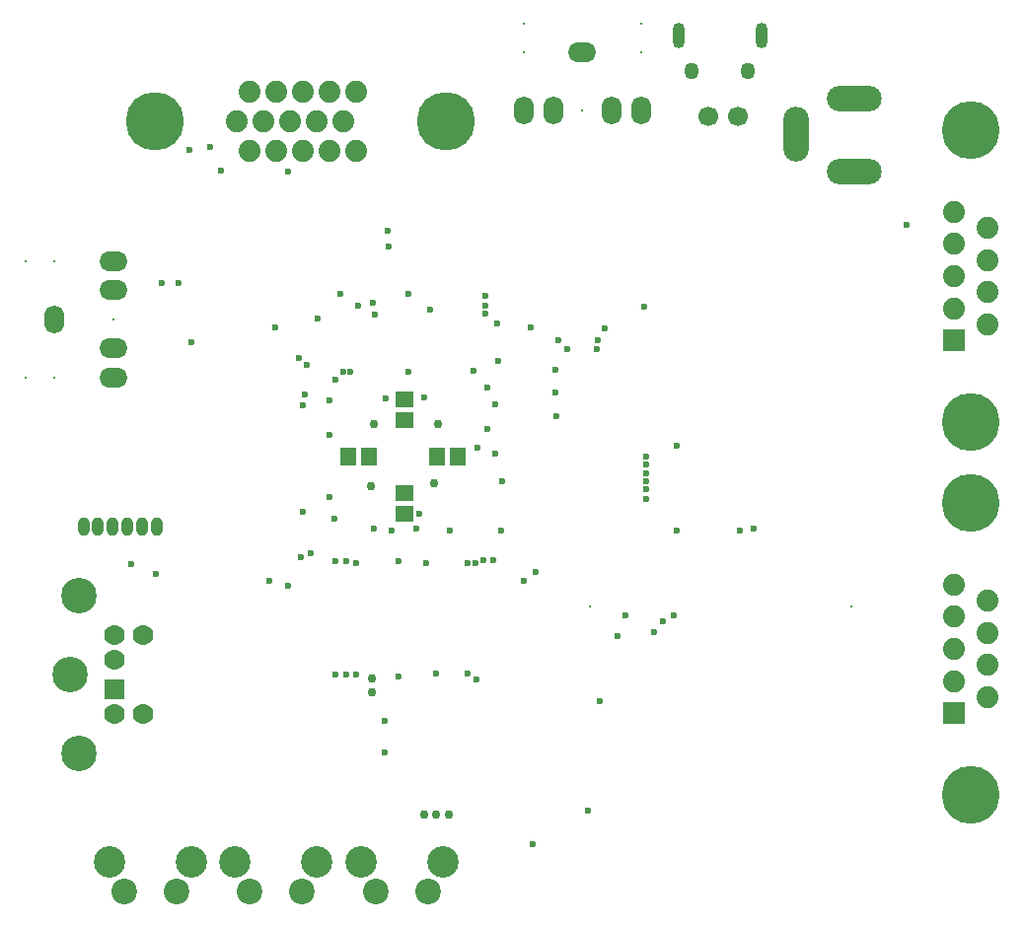
<source format=gbs>
%FSLAX44Y44*%
%MOMM*%
G71*
G01*
G75*
G04 Layer_Color=16711935*
%ADD10R,0.4064X2.1082*%
%ADD11R,4.1000X2.1082*%
%ADD12R,1.2000X1.4000*%
%ADD13R,1.4500X0.5500*%
%ADD14R,1.3000X1.5000*%
%ADD15R,1.4000X1.2000*%
%ADD16O,0.2500X1.5500*%
%ADD17O,1.5500X0.2500*%
%ADD18R,0.4064X1.3208*%
%ADD19R,1.8000X1.6000*%
%ADD20R,2.0000X1.1000*%
%ADD21R,2.0000X2.0000*%
%ADD22R,1.1000X2.0000*%
%ADD23R,2.1000X3.2000*%
%ADD24R,2.1000X0.9000*%
%ADD25R,1.0000X0.6000*%
%ADD26O,1.7000X0.6000*%
%ADD27C,0.2000*%
%ADD28C,0.5000*%
%ADD29C,0.4000*%
%ADD30C,1.0000*%
%ADD31C,2.5000*%
%ADD32C,2.0000*%
%ADD33R,1.5748X1.5748*%
%ADD34C,1.5748*%
%ADD35C,2.8448*%
%ADD36O,1.5000X2.2000*%
%ADD37O,2.2000X1.5000*%
%ADD38O,0.8500X2.0000*%
%ADD39O,1.0500X1.2500*%
%ADD40R,1.6900X1.6900*%
%ADD41C,1.6900*%
%ADD42C,4.7600*%
%ADD43O,0.8000X1.4220*%
%ADD44C,1.5000*%
%ADD45O,2.0000X4.5000*%
%ADD46O,4.5000X2.0000*%
%ADD47C,4.8000*%
%ADD48C,0.4000*%
%ADD49C,0.5500*%
%ADD50C,0.2540*%
%ADD51C,0.6000*%
%ADD52C,0.2500*%
%ADD53C,0.2032*%
%ADD54C,0.1000*%
%ADD55C,0.0254*%
%ADD56C,0.1500*%
%ADD57C,0.1270*%
%ADD58R,9.1186X0.3810*%
%ADD59R,0.6350X0.6350*%
%ADD60R,0.6064X2.3082*%
%ADD61R,4.3000X2.3082*%
%ADD62R,1.4000X1.6000*%
%ADD63R,1.6500X0.7500*%
%ADD64R,1.5000X1.7000*%
%ADD65R,1.6000X1.4000*%
%ADD66O,0.4500X1.7500*%
%ADD67O,1.7500X0.4500*%
%ADD68R,0.6064X1.5208*%
%ADD69R,2.0000X1.8000*%
%ADD70R,2.2000X1.3000*%
%ADD71R,2.2000X2.2000*%
%ADD72R,1.3000X2.2000*%
%ADD73R,2.3000X3.4000*%
%ADD74R,2.3000X1.1000*%
%ADD75R,1.2000X0.8000*%
%ADD76O,1.9000X0.8000*%
%ADD77C,2.7000*%
%ADD78C,2.2000*%
%ADD79R,1.7748X1.7748*%
%ADD80C,1.7748*%
%ADD81C,3.0448*%
%ADD82C,0.2000*%
%ADD83O,1.7000X2.4000*%
%ADD84O,2.4000X1.7000*%
%ADD85O,1.0500X2.2000*%
%ADD86O,1.2500X1.4500*%
%ADD87R,1.8900X1.8900*%
%ADD88C,1.8900*%
%ADD89C,4.9600*%
%ADD90O,1.0000X1.6220*%
%ADD91C,1.7000*%
%ADD92O,2.2000X4.7000*%
%ADD93O,4.7000X2.2000*%
%ADD94C,5.0000*%
%ADD95C,0.6000*%
%ADD96C,0.7500*%
D62*
X4004000Y2038000D02*
D03*
X3986000D02*
D03*
X4062000Y2038000D02*
D03*
X4080000D02*
D03*
D65*
X4034000Y2069000D02*
D03*
Y2087000D02*
D03*
X4034000Y2007000D02*
D03*
Y1989000D02*
D03*
D77*
X3889000Y1690000D02*
D03*
X3959000D02*
D03*
X3997000D02*
D03*
X4067000D02*
D03*
X3851000D02*
D03*
X3781000D02*
D03*
D78*
X3901500Y1665000D02*
D03*
X3946500D02*
D03*
X4009500D02*
D03*
X4054500D02*
D03*
X3838500D02*
D03*
X3793500D02*
D03*
D79*
X3785090Y1838046D02*
D03*
D80*
Y1863954D02*
D03*
Y1817472D02*
D03*
Y1884528D02*
D03*
X3809982Y1817472D02*
D03*
Y1884528D02*
D03*
D81*
X3755118Y1783436D02*
D03*
X3746990Y1851000D02*
D03*
X3755118Y1918564D02*
D03*
D82*
X3784038Y2156000D02*
D03*
X3734000Y2106000D02*
D03*
X3709000D02*
D03*
Y2206038D02*
D03*
X3734000D02*
D03*
X4237038Y2385000D02*
D03*
Y2410000D02*
D03*
X4137000D02*
D03*
Y2385000D02*
D03*
X4187000Y2334962D02*
D03*
X4417750Y1909569D02*
D03*
X4193750D02*
D03*
D83*
X3734000Y2156000D02*
D03*
X4137000Y2334962D02*
D03*
X4162000D02*
D03*
X4212146D02*
D03*
X4237038D02*
D03*
D84*
X3784038Y2206038D02*
D03*
Y2181146D02*
D03*
Y2131000D02*
D03*
Y2106000D02*
D03*
X4187000Y2385000D02*
D03*
D85*
X4340560Y2399480D02*
D03*
X4269440D02*
D03*
D86*
X4329130Y2368999D02*
D03*
X4280870D02*
D03*
D87*
X4505800Y1817600D02*
D03*
X4505800Y2137600D02*
D03*
D88*
X4534200Y1831450D02*
D03*
X4505800Y1845300D02*
D03*
X4534200Y1859150D02*
D03*
X4505800Y1873000D02*
D03*
X4534200Y1886850D02*
D03*
X4505800Y1900700D02*
D03*
X4534200Y1914550D02*
D03*
X4505800Y1928400D02*
D03*
X4534200Y2151450D02*
D03*
X4505800Y2165300D02*
D03*
X4534200Y2179150D02*
D03*
X4505800Y2193000D02*
D03*
X4534200Y2206850D02*
D03*
X4505800Y2220700D02*
D03*
X4534200Y2234550D02*
D03*
X4505800Y2248400D02*
D03*
X3993102Y2351400D02*
D03*
X3970242D02*
D03*
X3947382D02*
D03*
X3924522D02*
D03*
X3901662D02*
D03*
X3981672Y2326000D02*
D03*
X3958812D02*
D03*
X3935952D02*
D03*
X3913092D02*
D03*
X3890232D02*
D03*
X3993102Y2300600D02*
D03*
X3970242D02*
D03*
X3947382D02*
D03*
X3924522D02*
D03*
X3901662D02*
D03*
D89*
X4520000Y1997950D02*
D03*
Y1748050D02*
D03*
X4520000Y2317950D02*
D03*
Y2068050D02*
D03*
D90*
X3758750Y1977572D02*
D03*
X3771250D02*
D03*
X3783750D02*
D03*
X3796350D02*
D03*
X3808796D02*
D03*
X3821496D02*
D03*
D91*
X4294600Y2330000D02*
D03*
X4320000D02*
D03*
D92*
X4370000Y2315000D02*
D03*
D93*
X4420000Y2345000D02*
D03*
Y2283000D02*
D03*
D94*
X4069810Y2326000D02*
D03*
X3819874D02*
D03*
D95*
X4147000Y1939000D02*
D03*
X4009000Y2160000D02*
D03*
X3960000Y2157000D02*
D03*
X4017000Y1784000D02*
D03*
Y1811000D02*
D03*
X4115000Y2120000D02*
D03*
X4224000Y1902000D02*
D03*
X3947000Y2082000D02*
D03*
X3970000Y2003000D02*
D03*
X3947000Y1991000D02*
D03*
X4192000Y1734000D02*
D03*
X4102000Y1949000D02*
D03*
X4095000Y1947000D02*
D03*
X4202000Y1828000D02*
D03*
X4110000Y1949000D02*
D03*
X3982000Y2111000D02*
D03*
X3851000Y2136000D02*
D03*
X4217000Y1884000D02*
D03*
X4137000Y1931000D02*
D03*
X4322000Y1975000D02*
D03*
X4144000Y1705000D02*
D03*
X4118000Y2017000D02*
D03*
X4268000Y2047000D02*
D03*
X4200000Y2138000D02*
D03*
X4166000D02*
D03*
X4056000Y2164000D02*
D03*
X4038000Y2178000D02*
D03*
X4268000Y1975000D02*
D03*
X4199000Y2130000D02*
D03*
X4174000D02*
D03*
X4242000Y2002000D02*
D03*
Y2010000D02*
D03*
Y2017000D02*
D03*
Y2024000D02*
D03*
Y2031000D02*
D03*
Y2038000D02*
D03*
X4165000Y2073000D02*
D03*
X4164000Y2093000D02*
D03*
Y2113000D02*
D03*
X4465000Y2237000D02*
D03*
X4143000Y2149000D02*
D03*
X4104000Y2161000D02*
D03*
Y2168000D02*
D03*
Y2176000D02*
D03*
X4113500Y2152500D02*
D03*
X4206000Y2148000D02*
D03*
X4240000Y2167000D02*
D03*
X4047000Y1989000D02*
D03*
X4112000Y2041000D02*
D03*
X4248000Y1887000D02*
D03*
X3974000Y1985000D02*
D03*
X3949000Y2091000D02*
D03*
X4256000Y1897000D02*
D03*
X3944000Y2123000D02*
D03*
X3950000Y2117000D02*
D03*
X4265000Y1902000D02*
D03*
X4019950Y2232050D02*
D03*
X4021000Y2218000D02*
D03*
X4007000Y2170000D02*
D03*
X3979000Y2178000D02*
D03*
X3994000Y2168000D02*
D03*
X3867000Y2304000D02*
D03*
X3840000Y2187000D02*
D03*
X3850000Y2301000D02*
D03*
X3826000Y2187000D02*
D03*
X3934000Y2283000D02*
D03*
X3877000Y2284000D02*
D03*
X3918000Y1931000D02*
D03*
X3821000Y1937000D02*
D03*
X3934000Y1927000D02*
D03*
X3800000Y1946000D02*
D03*
X3954000Y1955000D02*
D03*
X3945000Y1952000D02*
D03*
X3975000Y1851000D02*
D03*
Y1948000D02*
D03*
X3984000Y1851000D02*
D03*
Y1948000D02*
D03*
X3993000Y1851000D02*
D03*
Y1947000D02*
D03*
X4029000Y1849000D02*
D03*
Y1948000D02*
D03*
X4061000Y1852000D02*
D03*
X4053000Y1947000D02*
D03*
X4088000Y1852000D02*
D03*
X4088478Y1947000D02*
D03*
X4096000Y1847000D02*
D03*
X4334000Y1976000D02*
D03*
X4093500Y2111500D02*
D03*
X4038000Y2111000D02*
D03*
X3988000D02*
D03*
X3975000Y2104000D02*
D03*
X3970000Y2057000D02*
D03*
X4008000Y1976000D02*
D03*
X4023000Y1975000D02*
D03*
X4044000Y1976000D02*
D03*
X4073000Y1975000D02*
D03*
X4117000D02*
D03*
X4097000Y2046000D02*
D03*
X4105000Y2062000D02*
D03*
Y2097000D02*
D03*
X4112000Y2083000D02*
D03*
X3970000Y2086000D02*
D03*
X4018000Y2088000D02*
D03*
X4051000Y2089000D02*
D03*
X3923000Y2149000D02*
D03*
D96*
X4072000Y1731000D02*
D03*
X4061000D02*
D03*
X4051000D02*
D03*
X4006000Y1848000D02*
D03*
Y1836000D02*
D03*
X4008000Y2066000D02*
D03*
X4063000D02*
D03*
X4060000Y2015000D02*
D03*
X4005000Y2013000D02*
D03*
M02*

</source>
